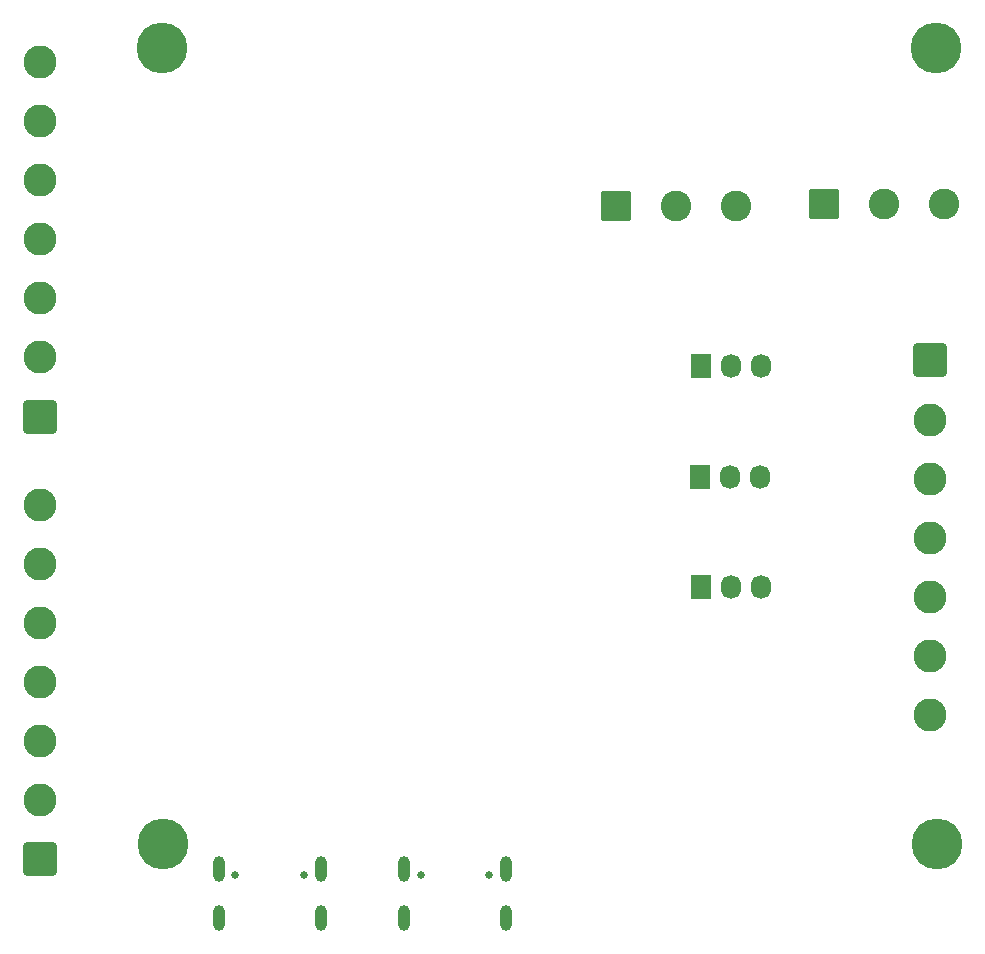
<source format=gbr>
%TF.GenerationSoftware,KiCad,Pcbnew,9.0.5*%
%TF.CreationDate,2025-12-07T11:50:43+11:00*%
%TF.ProjectId,inputSwitchboard,696e7075-7453-4776-9974-6368626f6172,rev?*%
%TF.SameCoordinates,Original*%
%TF.FileFunction,Soldermask,Bot*%
%TF.FilePolarity,Negative*%
%FSLAX46Y46*%
G04 Gerber Fmt 4.6, Leading zero omitted, Abs format (unit mm)*
G04 Created by KiCad (PCBNEW 9.0.5) date 2025-12-07 11:50:43*
%MOMM*%
%LPD*%
G01*
G04 APERTURE LIST*
G04 Aperture macros list*
%AMRoundRect*
0 Rectangle with rounded corners*
0 $1 Rounding radius*
0 $2 $3 $4 $5 $6 $7 $8 $9 X,Y pos of 4 corners*
0 Add a 4 corners polygon primitive as box body*
4,1,4,$2,$3,$4,$5,$6,$7,$8,$9,$2,$3,0*
0 Add four circle primitives for the rounded corners*
1,1,$1+$1,$2,$3*
1,1,$1+$1,$4,$5*
1,1,$1+$1,$6,$7*
1,1,$1+$1,$8,$9*
0 Add four rect primitives between the rounded corners*
20,1,$1+$1,$2,$3,$4,$5,0*
20,1,$1+$1,$4,$5,$6,$7,0*
20,1,$1+$1,$6,$7,$8,$9,0*
20,1,$1+$1,$8,$9,$2,$3,0*%
G04 Aperture macros list end*
%ADD10C,4.300000*%
%ADD11C,0.670000*%
%ADD12RoundRect,0.500000X-0.000010X-0.600000X0.000010X-0.600000X0.000010X0.600000X-0.000010X0.600000X0*%
%ADD13R,1.730000X2.030000*%
%ADD14O,1.730000X2.030000*%
%ADD15RoundRect,0.250001X1.149999X-1.149999X1.149999X1.149999X-1.149999X1.149999X-1.149999X-1.149999X0*%
%ADD16C,2.800000*%
%ADD17RoundRect,0.250001X-1.149999X1.149999X-1.149999X-1.149999X1.149999X-1.149999X1.149999X1.149999X0*%
%ADD18RoundRect,0.250000X-1.050000X-1.050000X1.050000X-1.050000X1.050000X1.050000X-1.050000X1.050000X0*%
%ADD19C,2.600000*%
G04 APERTURE END LIST*
D10*
%TO.C,*%
X140318448Y-39301712D03*
%TD*%
%TO.C,*%
X74818448Y-39301712D03*
%TD*%
D11*
%TO.C,J1*%
X96730000Y-109325000D03*
X102530000Y-109325000D03*
D12*
X95310000Y-108795000D03*
X95310000Y-112975000D03*
X103950000Y-108795000D03*
X103950000Y-112975000D03*
%TD*%
D11*
%TO.C,J2*%
X81045000Y-109330000D03*
X86845000Y-109330000D03*
D12*
X79625000Y-108800000D03*
X79625000Y-112980000D03*
X88265000Y-108800000D03*
X88265000Y-112980000D03*
%TD*%
D13*
%TO.C,J12*%
X120424839Y-84970805D03*
D14*
X122964839Y-84970805D03*
X125504839Y-84970805D03*
%TD*%
D15*
%TO.C,J6*%
X64500000Y-70500000D03*
D16*
X64500000Y-65500000D03*
X64500000Y-60500000D03*
X64500000Y-55500000D03*
X64500000Y-50500000D03*
X64500000Y-45500000D03*
X64500000Y-40500000D03*
%TD*%
D13*
%TO.C,J11*%
X120414839Y-75620824D03*
D14*
X122954839Y-75620824D03*
X125494839Y-75620824D03*
%TD*%
D17*
%TO.C,J7*%
X139872500Y-65750000D03*
D16*
X139872500Y-70750000D03*
X139872500Y-75750000D03*
X139872500Y-80750000D03*
X139872500Y-85750000D03*
X139872500Y-90750000D03*
X139872500Y-95750000D03*
%TD*%
D10*
%TO.C,H1*%
X74930000Y-106680000D03*
%TD*%
D18*
%TO.C,J3*%
X113255000Y-52672500D03*
D19*
X118335000Y-52672500D03*
X123415000Y-52672500D03*
%TD*%
D10*
%TO.C,H2*%
X140430000Y-106680000D03*
%TD*%
D15*
%TO.C,J5*%
X64500000Y-108000000D03*
D16*
X64500000Y-103000000D03*
X64500000Y-98000000D03*
X64500000Y-93000000D03*
X64500000Y-88000000D03*
X64500000Y-83000000D03*
X64500000Y-78000000D03*
%TD*%
D18*
%TO.C,J4*%
X130840000Y-52500000D03*
D19*
X135920000Y-52500000D03*
X141000000Y-52500000D03*
%TD*%
D13*
%TO.C,J10*%
X120450000Y-66225000D03*
D14*
X122990000Y-66225000D03*
X125530000Y-66225000D03*
%TD*%
M02*

</source>
